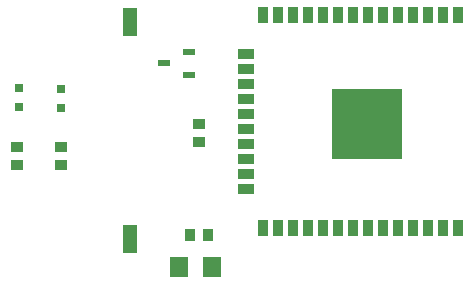
<source format=gtp>
G04 #@! TF.GenerationSoftware,KiCad,Pcbnew,no-vcs-found*
G04 #@! TF.CreationDate,2017-01-06T11:39:05+01:00*
G04 #@! TF.ProjectId,ESP32-HELP-Button-CR2032,45535033322D48454C502D427574746F,rev?*
G04 #@! TF.FileFunction,Paste,Top*
G04 #@! TF.FilePolarity,Positive*
%FSLAX46Y46*%
G04 Gerber Fmt 4.6, Leading zero omitted, Abs format (unit mm)*
G04 Created by KiCad (PCBNEW no-vcs-found) date Fri Jan  6 11:39:05 2017*
%MOMM*%
%LPD*%
G01*
G04 APERTURE LIST*
%ADD10C,0.100000*%
%ADD11R,1.300000X2.340000*%
%ADD12R,0.800000X0.800000*%
%ADD13R,1.000760X0.599440*%
%ADD14R,1.000760X0.899160*%
%ADD15R,6.000000X6.000000*%
%ADD16R,0.900000X1.350000*%
%ADD17R,1.350000X0.900000*%
%ADD18R,0.899160X1.000760*%
%ADD19R,1.600200X1.803400*%
G04 APERTURE END LIST*
D10*
D11*
X40853000Y-36657000D03*
X40853000Y-54997000D03*
D12*
X35011000Y-43896000D03*
X35011000Y-42296000D03*
X31455000Y-42245000D03*
X31455000Y-43845000D03*
D13*
X45846640Y-41102000D03*
X43733360Y-40149500D03*
X45846640Y-39197000D03*
D14*
X46695000Y-46817000D03*
X46695000Y-45313320D03*
X35011000Y-48722000D03*
X35011000Y-47218320D03*
X31328000Y-47218320D03*
X31328000Y-48722000D03*
D15*
X60956000Y-45322000D03*
D16*
X68666000Y-36022000D03*
X67396000Y-36022000D03*
X66126000Y-36022000D03*
X64856000Y-36022000D03*
X63586000Y-36022000D03*
X62316000Y-36022000D03*
X61046000Y-36022000D03*
X59776000Y-36022000D03*
X58506000Y-36022000D03*
X57236000Y-36022000D03*
X55966000Y-36022000D03*
X54696000Y-36022000D03*
X53426000Y-36022000D03*
X52156000Y-36022000D03*
D17*
X50656000Y-39322000D03*
X50656000Y-40592000D03*
X50656000Y-41862000D03*
X50656000Y-43132000D03*
X50656000Y-44402000D03*
X50656000Y-45672000D03*
X50656000Y-46942000D03*
X50656000Y-48212000D03*
X50656000Y-49482000D03*
X50656000Y-50752000D03*
D16*
X52156000Y-54052000D03*
X53426000Y-54052000D03*
X54696000Y-54052000D03*
X55966000Y-54052000D03*
X57236000Y-54052000D03*
X58506000Y-54052000D03*
X59776000Y-54052000D03*
X61046000Y-54052000D03*
X62316000Y-54052000D03*
X63586000Y-54052000D03*
X64856000Y-54052000D03*
X66126000Y-54052000D03*
X67396000Y-54052000D03*
X68666000Y-54052000D03*
D18*
X47457000Y-54691000D03*
X45953320Y-54691000D03*
D19*
X47838000Y-57358000D03*
X45044000Y-57358000D03*
M02*

</source>
